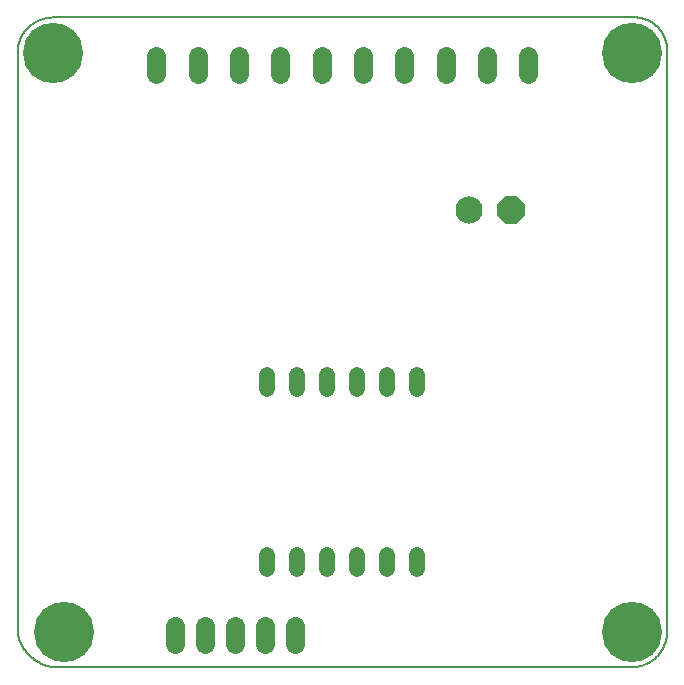
<source format=gbs>
G75*
%MOIN*%
%OFA0B0*%
%FSLAX25Y25*%
%IPPOS*%
%LPD*%
%AMOC8*
5,1,8,0,0,1.08239X$1,22.5*
%
%ADD10C,0.00800*%
%ADD11C,0.06306*%
%ADD12C,0.05200*%
%ADD13C,0.09061*%
%ADD14OC8,0.09061*%
%ADD15C,0.20085*%
D10*
X0022335Y0015019D02*
X0022335Y0207933D01*
X0022338Y0208218D01*
X0022349Y0208504D01*
X0022366Y0208789D01*
X0022390Y0209073D01*
X0022421Y0209357D01*
X0022459Y0209640D01*
X0022504Y0209921D01*
X0022555Y0210202D01*
X0022613Y0210482D01*
X0022678Y0210760D01*
X0022750Y0211036D01*
X0022828Y0211310D01*
X0022913Y0211583D01*
X0023005Y0211853D01*
X0023103Y0212121D01*
X0023207Y0212387D01*
X0023318Y0212650D01*
X0023435Y0212910D01*
X0023558Y0213168D01*
X0023688Y0213422D01*
X0023824Y0213673D01*
X0023965Y0213921D01*
X0024113Y0214165D01*
X0024266Y0214406D01*
X0024426Y0214642D01*
X0024591Y0214875D01*
X0024761Y0215104D01*
X0024937Y0215329D01*
X0025119Y0215549D01*
X0025305Y0215765D01*
X0025497Y0215976D01*
X0025694Y0216183D01*
X0025896Y0216385D01*
X0026103Y0216582D01*
X0026314Y0216774D01*
X0026530Y0216960D01*
X0026750Y0217142D01*
X0026975Y0217318D01*
X0027204Y0217488D01*
X0027437Y0217653D01*
X0027673Y0217813D01*
X0027914Y0217966D01*
X0028158Y0218114D01*
X0028406Y0218255D01*
X0028657Y0218391D01*
X0028911Y0218521D01*
X0029169Y0218644D01*
X0029429Y0218761D01*
X0029692Y0218872D01*
X0029958Y0218976D01*
X0030226Y0219074D01*
X0030496Y0219166D01*
X0030769Y0219251D01*
X0031043Y0219329D01*
X0031319Y0219401D01*
X0031597Y0219466D01*
X0031877Y0219524D01*
X0032158Y0219575D01*
X0032439Y0219620D01*
X0032722Y0219658D01*
X0033006Y0219689D01*
X0033290Y0219713D01*
X0033575Y0219730D01*
X0033861Y0219741D01*
X0034146Y0219744D01*
X0227060Y0219744D01*
X0227059Y0219744D02*
X0227323Y0219763D01*
X0227586Y0219776D01*
X0227850Y0219783D01*
X0228113Y0219783D01*
X0228377Y0219777D01*
X0228640Y0219765D01*
X0228904Y0219746D01*
X0229166Y0219721D01*
X0229428Y0219690D01*
X0229689Y0219652D01*
X0229949Y0219608D01*
X0230208Y0219558D01*
X0230466Y0219501D01*
X0230722Y0219438D01*
X0230976Y0219369D01*
X0231229Y0219294D01*
X0231480Y0219213D01*
X0231729Y0219126D01*
X0231976Y0219033D01*
X0232220Y0218934D01*
X0232462Y0218829D01*
X0232701Y0218718D01*
X0232938Y0218601D01*
X0233172Y0218479D01*
X0233402Y0218351D01*
X0233630Y0218218D01*
X0233854Y0218079D01*
X0234075Y0217935D01*
X0234292Y0217785D01*
X0234506Y0217631D01*
X0234716Y0217471D01*
X0234921Y0217306D01*
X0235123Y0217136D01*
X0235321Y0216962D01*
X0235514Y0216782D01*
X0235703Y0216598D01*
X0235888Y0216410D01*
X0236068Y0216217D01*
X0236243Y0216020D01*
X0236413Y0215818D01*
X0236579Y0215613D01*
X0236739Y0215404D01*
X0236894Y0215191D01*
X0237045Y0214974D01*
X0237189Y0214753D01*
X0237329Y0214530D01*
X0237463Y0214302D01*
X0237591Y0214072D01*
X0237714Y0213839D01*
X0237832Y0213602D01*
X0237943Y0213363D01*
X0238049Y0213122D01*
X0238149Y0212878D01*
X0238242Y0212631D01*
X0238330Y0212383D01*
X0238412Y0212132D01*
X0238488Y0211879D01*
X0238558Y0211625D01*
X0238621Y0211369D01*
X0238678Y0211111D01*
X0238729Y0210853D01*
X0238774Y0210593D01*
X0238813Y0210332D01*
X0238845Y0210070D01*
X0238871Y0209808D01*
X0238871Y0015019D01*
X0238868Y0014734D01*
X0238857Y0014448D01*
X0238840Y0014163D01*
X0238816Y0013879D01*
X0238785Y0013595D01*
X0238747Y0013312D01*
X0238702Y0013031D01*
X0238651Y0012750D01*
X0238593Y0012470D01*
X0238528Y0012192D01*
X0238456Y0011916D01*
X0238378Y0011642D01*
X0238293Y0011369D01*
X0238201Y0011099D01*
X0238103Y0010831D01*
X0237999Y0010565D01*
X0237888Y0010302D01*
X0237771Y0010042D01*
X0237648Y0009784D01*
X0237518Y0009530D01*
X0237382Y0009279D01*
X0237241Y0009031D01*
X0237093Y0008787D01*
X0236940Y0008546D01*
X0236780Y0008310D01*
X0236615Y0008077D01*
X0236445Y0007848D01*
X0236269Y0007623D01*
X0236087Y0007403D01*
X0235901Y0007187D01*
X0235709Y0006976D01*
X0235512Y0006769D01*
X0235310Y0006567D01*
X0235103Y0006370D01*
X0234892Y0006178D01*
X0234676Y0005992D01*
X0234456Y0005810D01*
X0234231Y0005634D01*
X0234002Y0005464D01*
X0233769Y0005299D01*
X0233533Y0005139D01*
X0233292Y0004986D01*
X0233048Y0004838D01*
X0232800Y0004697D01*
X0232549Y0004561D01*
X0232295Y0004431D01*
X0232037Y0004308D01*
X0231777Y0004191D01*
X0231514Y0004080D01*
X0231248Y0003976D01*
X0230980Y0003878D01*
X0230710Y0003786D01*
X0230437Y0003701D01*
X0230163Y0003623D01*
X0229887Y0003551D01*
X0229609Y0003486D01*
X0229329Y0003428D01*
X0229048Y0003377D01*
X0228767Y0003332D01*
X0228484Y0003294D01*
X0228200Y0003263D01*
X0227916Y0003239D01*
X0227631Y0003222D01*
X0227345Y0003211D01*
X0227060Y0003208D01*
X0037896Y0003208D01*
X0037560Y0003166D01*
X0037222Y0003132D01*
X0036884Y0003107D01*
X0036546Y0003090D01*
X0036207Y0003081D01*
X0035868Y0003081D01*
X0035529Y0003089D01*
X0035190Y0003105D01*
X0034852Y0003130D01*
X0034514Y0003162D01*
X0034178Y0003204D01*
X0033842Y0003253D01*
X0033508Y0003310D01*
X0033176Y0003376D01*
X0032845Y0003450D01*
X0032516Y0003532D01*
X0032189Y0003622D01*
X0031864Y0003720D01*
X0031542Y0003826D01*
X0031223Y0003940D01*
X0030907Y0004062D01*
X0030593Y0004191D01*
X0030283Y0004328D01*
X0029976Y0004473D01*
X0029673Y0004625D01*
X0029374Y0004784D01*
X0029079Y0004951D01*
X0028788Y0005125D01*
X0028501Y0005306D01*
X0028219Y0005494D01*
X0027942Y0005689D01*
X0027669Y0005891D01*
X0027402Y0006099D01*
X0027139Y0006314D01*
X0026882Y0006535D01*
X0026631Y0006762D01*
X0026385Y0006996D01*
X0026145Y0007235D01*
X0025911Y0007480D01*
X0025683Y0007731D01*
X0025461Y0007988D01*
X0025246Y0008250D01*
X0025037Y0008517D01*
X0024835Y0008789D01*
X0024639Y0009066D01*
X0024451Y0009347D01*
X0024269Y0009634D01*
X0024094Y0009924D01*
X0023927Y0010219D01*
X0023767Y0010518D01*
X0023614Y0010821D01*
X0023468Y0011127D01*
X0023331Y0011437D01*
X0023201Y0011750D01*
X0023078Y0012066D01*
X0022964Y0012385D01*
X0022857Y0012707D01*
X0022758Y0013031D01*
X0022667Y0013358D01*
X0022585Y0013687D01*
X0022510Y0014017D01*
X0022443Y0014350D01*
X0022385Y0014684D01*
X0022335Y0015019D01*
D11*
X0074835Y0016786D02*
X0074835Y0010881D01*
X0084835Y0010881D02*
X0084835Y0016786D01*
X0094835Y0016786D02*
X0094835Y0010881D01*
X0104835Y0010881D02*
X0104835Y0016786D01*
X0114835Y0016786D02*
X0114835Y0010881D01*
X0109934Y0201043D02*
X0109934Y0206948D01*
X0096154Y0206948D02*
X0096154Y0201043D01*
X0082375Y0201043D02*
X0082375Y0206948D01*
X0068595Y0206948D02*
X0068595Y0201043D01*
X0123713Y0201043D02*
X0123713Y0206948D01*
X0137493Y0206948D02*
X0137493Y0201043D01*
X0151272Y0201043D02*
X0151272Y0206948D01*
X0165052Y0206948D02*
X0165052Y0201043D01*
X0178831Y0201043D02*
X0178831Y0206948D01*
X0192611Y0206948D02*
X0192611Y0201043D01*
D12*
X0155603Y0100569D02*
X0155603Y0095769D01*
X0145603Y0095769D02*
X0145603Y0100569D01*
X0135603Y0100569D02*
X0135603Y0095769D01*
X0125603Y0095769D02*
X0125603Y0100569D01*
X0115603Y0100569D02*
X0115603Y0095769D01*
X0105603Y0095769D02*
X0105603Y0100569D01*
X0105603Y0040569D02*
X0105603Y0035769D01*
X0115603Y0035769D02*
X0115603Y0040569D01*
X0125603Y0040569D02*
X0125603Y0035769D01*
X0135603Y0035769D02*
X0135603Y0040569D01*
X0145603Y0040569D02*
X0145603Y0035769D01*
X0155603Y0035769D02*
X0155603Y0040569D01*
D13*
X0172946Y0155708D03*
D14*
X0186725Y0155708D03*
D15*
X0227060Y0207933D03*
X0227060Y0015019D03*
X0037896Y0015019D03*
X0034146Y0207933D03*
M02*

</source>
